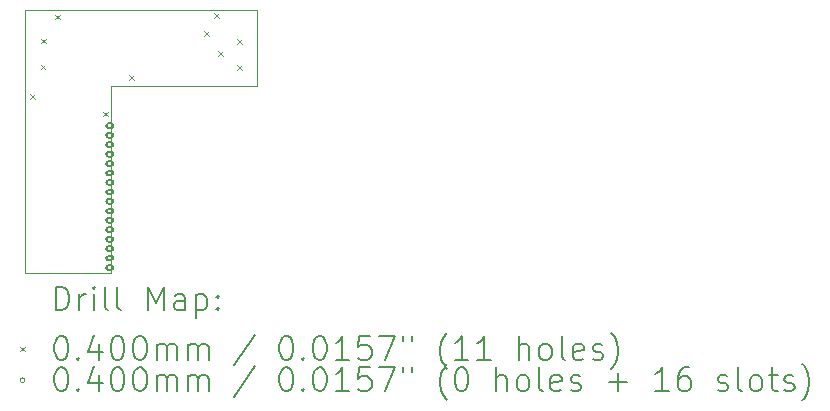
<source format=gbr>
%TF.GenerationSoftware,KiCad,Pcbnew,7.0.8*%
%TF.CreationDate,2024-06-14T11:44:34-04:00*%
%TF.ProjectId,mavnusadapter,6d61766e-7573-4616-9461-707465722e6b,rev?*%
%TF.SameCoordinates,Original*%
%TF.FileFunction,Drillmap*%
%TF.FilePolarity,Positive*%
%FSLAX45Y45*%
G04 Gerber Fmt 4.5, Leading zero omitted, Abs format (unit mm)*
G04 Created by KiCad (PCBNEW 7.0.8) date 2024-06-14 11:44:34*
%MOMM*%
%LPD*%
G01*
G04 APERTURE LIST*
%ADD10C,0.100000*%
%ADD11C,0.200000*%
%ADD12C,0.040000*%
G04 APERTURE END LIST*
D10*
X3548380Y-2324100D02*
X2313940Y-2324100D01*
X1587500Y-3909060D02*
X1587500Y-1681480D01*
X3548380Y-1681480D02*
X3548380Y-2324100D01*
X1587500Y-1681480D02*
X3548380Y-1681480D01*
X2313940Y-3909060D02*
X1587500Y-3909060D01*
X2313940Y-2324100D02*
X2313940Y-3909060D01*
D11*
D12*
X1631000Y-2393000D02*
X1671000Y-2433000D01*
X1671000Y-2393000D02*
X1631000Y-2433000D01*
X1716930Y-2146190D02*
X1756930Y-2186190D01*
X1756930Y-2146190D02*
X1716930Y-2186190D01*
X1722440Y-1925640D02*
X1762440Y-1965640D01*
X1762440Y-1925640D02*
X1722440Y-1965640D01*
X1839280Y-1722440D02*
X1879280Y-1762440D01*
X1879280Y-1722440D02*
X1839280Y-1762440D01*
X2246110Y-2543290D02*
X2286110Y-2583290D01*
X2286110Y-2543290D02*
X2246110Y-2583290D01*
X2464120Y-2238060D02*
X2504120Y-2278060D01*
X2504120Y-2238060D02*
X2464120Y-2278060D01*
X3101660Y-1862140D02*
X3141660Y-1902140D01*
X3141660Y-1862140D02*
X3101660Y-1902140D01*
X3188020Y-1712280D02*
X3228020Y-1752280D01*
X3228020Y-1712280D02*
X3188020Y-1752280D01*
X3218500Y-2034860D02*
X3258500Y-2074860D01*
X3258500Y-2034860D02*
X3218500Y-2074860D01*
X3381060Y-1928180D02*
X3421060Y-1968180D01*
X3421060Y-1928180D02*
X3381060Y-1968180D01*
X3381060Y-2149160D02*
X3421060Y-2189160D01*
X3421060Y-2149160D02*
X3381060Y-2189160D01*
X2321960Y-2664360D02*
G75*
G03*
X2321960Y-2664360I-20000J0D01*
G01*
D11*
X2291960Y-2684360D02*
X2311960Y-2684360D01*
X2311960Y-2684360D02*
G75*
G03*
X2311960Y-2644360I0J20000D01*
G01*
X2311960Y-2644360D02*
X2291960Y-2644360D01*
X2291960Y-2644360D02*
G75*
G03*
X2291960Y-2684360I0J-20000D01*
G01*
D12*
X2321960Y-2744360D02*
G75*
G03*
X2321960Y-2744360I-20000J0D01*
G01*
D11*
X2291960Y-2764360D02*
X2311960Y-2764360D01*
X2311960Y-2764360D02*
G75*
G03*
X2311960Y-2724360I0J20000D01*
G01*
X2311960Y-2724360D02*
X2291960Y-2724360D01*
X2291960Y-2724360D02*
G75*
G03*
X2291960Y-2764360I0J-20000D01*
G01*
D12*
X2321960Y-2824360D02*
G75*
G03*
X2321960Y-2824360I-20000J0D01*
G01*
D11*
X2291960Y-2844360D02*
X2311960Y-2844360D01*
X2311960Y-2844360D02*
G75*
G03*
X2311960Y-2804360I0J20000D01*
G01*
X2311960Y-2804360D02*
X2291960Y-2804360D01*
X2291960Y-2804360D02*
G75*
G03*
X2291960Y-2844360I0J-20000D01*
G01*
D12*
X2321960Y-2904360D02*
G75*
G03*
X2321960Y-2904360I-20000J0D01*
G01*
D11*
X2291960Y-2924360D02*
X2311960Y-2924360D01*
X2311960Y-2924360D02*
G75*
G03*
X2311960Y-2884360I0J20000D01*
G01*
X2311960Y-2884360D02*
X2291960Y-2884360D01*
X2291960Y-2884360D02*
G75*
G03*
X2291960Y-2924360I0J-20000D01*
G01*
D12*
X2321960Y-2984360D02*
G75*
G03*
X2321960Y-2984360I-20000J0D01*
G01*
D11*
X2291960Y-3004360D02*
X2311960Y-3004360D01*
X2311960Y-3004360D02*
G75*
G03*
X2311960Y-2964360I0J20000D01*
G01*
X2311960Y-2964360D02*
X2291960Y-2964360D01*
X2291960Y-2964360D02*
G75*
G03*
X2291960Y-3004360I0J-20000D01*
G01*
D12*
X2321960Y-3064360D02*
G75*
G03*
X2321960Y-3064360I-20000J0D01*
G01*
D11*
X2291960Y-3084360D02*
X2311960Y-3084360D01*
X2311960Y-3084360D02*
G75*
G03*
X2311960Y-3044360I0J20000D01*
G01*
X2311960Y-3044360D02*
X2291960Y-3044360D01*
X2291960Y-3044360D02*
G75*
G03*
X2291960Y-3084360I0J-20000D01*
G01*
D12*
X2321960Y-3144360D02*
G75*
G03*
X2321960Y-3144360I-20000J0D01*
G01*
D11*
X2291960Y-3164360D02*
X2311960Y-3164360D01*
X2311960Y-3164360D02*
G75*
G03*
X2311960Y-3124360I0J20000D01*
G01*
X2311960Y-3124360D02*
X2291960Y-3124360D01*
X2291960Y-3124360D02*
G75*
G03*
X2291960Y-3164360I0J-20000D01*
G01*
D12*
X2321960Y-3224360D02*
G75*
G03*
X2321960Y-3224360I-20000J0D01*
G01*
D11*
X2291960Y-3244360D02*
X2311960Y-3244360D01*
X2311960Y-3244360D02*
G75*
G03*
X2311960Y-3204360I0J20000D01*
G01*
X2311960Y-3204360D02*
X2291960Y-3204360D01*
X2291960Y-3204360D02*
G75*
G03*
X2291960Y-3244360I0J-20000D01*
G01*
D12*
X2321960Y-3304360D02*
G75*
G03*
X2321960Y-3304360I-20000J0D01*
G01*
D11*
X2291960Y-3324360D02*
X2311960Y-3324360D01*
X2311960Y-3324360D02*
G75*
G03*
X2311960Y-3284360I0J20000D01*
G01*
X2311960Y-3284360D02*
X2291960Y-3284360D01*
X2291960Y-3284360D02*
G75*
G03*
X2291960Y-3324360I0J-20000D01*
G01*
D12*
X2321960Y-3384360D02*
G75*
G03*
X2321960Y-3384360I-20000J0D01*
G01*
D11*
X2291960Y-3404360D02*
X2311960Y-3404360D01*
X2311960Y-3404360D02*
G75*
G03*
X2311960Y-3364360I0J20000D01*
G01*
X2311960Y-3364360D02*
X2291960Y-3364360D01*
X2291960Y-3364360D02*
G75*
G03*
X2291960Y-3404360I0J-20000D01*
G01*
D12*
X2321960Y-3464360D02*
G75*
G03*
X2321960Y-3464360I-20000J0D01*
G01*
D11*
X2291960Y-3484360D02*
X2311960Y-3484360D01*
X2311960Y-3484360D02*
G75*
G03*
X2311960Y-3444360I0J20000D01*
G01*
X2311960Y-3444360D02*
X2291960Y-3444360D01*
X2291960Y-3444360D02*
G75*
G03*
X2291960Y-3484360I0J-20000D01*
G01*
D12*
X2321960Y-3544360D02*
G75*
G03*
X2321960Y-3544360I-20000J0D01*
G01*
D11*
X2291960Y-3564360D02*
X2311960Y-3564360D01*
X2311960Y-3564360D02*
G75*
G03*
X2311960Y-3524360I0J20000D01*
G01*
X2311960Y-3524360D02*
X2291960Y-3524360D01*
X2291960Y-3524360D02*
G75*
G03*
X2291960Y-3564360I0J-20000D01*
G01*
D12*
X2321960Y-3624360D02*
G75*
G03*
X2321960Y-3624360I-20000J0D01*
G01*
D11*
X2291960Y-3644360D02*
X2311960Y-3644360D01*
X2311960Y-3644360D02*
G75*
G03*
X2311960Y-3604360I0J20000D01*
G01*
X2311960Y-3604360D02*
X2291960Y-3604360D01*
X2291960Y-3604360D02*
G75*
G03*
X2291960Y-3644360I0J-20000D01*
G01*
D12*
X2321960Y-3704360D02*
G75*
G03*
X2321960Y-3704360I-20000J0D01*
G01*
D11*
X2291960Y-3724360D02*
X2311960Y-3724360D01*
X2311960Y-3724360D02*
G75*
G03*
X2311960Y-3684360I0J20000D01*
G01*
X2311960Y-3684360D02*
X2291960Y-3684360D01*
X2291960Y-3684360D02*
G75*
G03*
X2291960Y-3724360I0J-20000D01*
G01*
D12*
X2321960Y-3784360D02*
G75*
G03*
X2321960Y-3784360I-20000J0D01*
G01*
D11*
X2291960Y-3804360D02*
X2311960Y-3804360D01*
X2311960Y-3804360D02*
G75*
G03*
X2311960Y-3764360I0J20000D01*
G01*
X2311960Y-3764360D02*
X2291960Y-3764360D01*
X2291960Y-3764360D02*
G75*
G03*
X2291960Y-3804360I0J-20000D01*
G01*
D12*
X2321960Y-3864360D02*
G75*
G03*
X2321960Y-3864360I-20000J0D01*
G01*
D11*
X2291960Y-3884360D02*
X2311960Y-3884360D01*
X2311960Y-3884360D02*
G75*
G03*
X2311960Y-3844360I0J20000D01*
G01*
X2311960Y-3844360D02*
X2291960Y-3844360D01*
X2291960Y-3844360D02*
G75*
G03*
X2291960Y-3884360I0J-20000D01*
G01*
X1843277Y-4225544D02*
X1843277Y-4025544D01*
X1843277Y-4025544D02*
X1890896Y-4025544D01*
X1890896Y-4025544D02*
X1919467Y-4035068D01*
X1919467Y-4035068D02*
X1938515Y-4054115D01*
X1938515Y-4054115D02*
X1948039Y-4073163D01*
X1948039Y-4073163D02*
X1957562Y-4111258D01*
X1957562Y-4111258D02*
X1957562Y-4139829D01*
X1957562Y-4139829D02*
X1948039Y-4177925D01*
X1948039Y-4177925D02*
X1938515Y-4196972D01*
X1938515Y-4196972D02*
X1919467Y-4216020D01*
X1919467Y-4216020D02*
X1890896Y-4225544D01*
X1890896Y-4225544D02*
X1843277Y-4225544D01*
X2043277Y-4225544D02*
X2043277Y-4092210D01*
X2043277Y-4130306D02*
X2052801Y-4111258D01*
X2052801Y-4111258D02*
X2062324Y-4101734D01*
X2062324Y-4101734D02*
X2081372Y-4092210D01*
X2081372Y-4092210D02*
X2100420Y-4092210D01*
X2167086Y-4225544D02*
X2167086Y-4092210D01*
X2167086Y-4025544D02*
X2157563Y-4035068D01*
X2157563Y-4035068D02*
X2167086Y-4044591D01*
X2167086Y-4044591D02*
X2176610Y-4035068D01*
X2176610Y-4035068D02*
X2167086Y-4025544D01*
X2167086Y-4025544D02*
X2167086Y-4044591D01*
X2290896Y-4225544D02*
X2271848Y-4216020D01*
X2271848Y-4216020D02*
X2262324Y-4196972D01*
X2262324Y-4196972D02*
X2262324Y-4025544D01*
X2395658Y-4225544D02*
X2376610Y-4216020D01*
X2376610Y-4216020D02*
X2367086Y-4196972D01*
X2367086Y-4196972D02*
X2367086Y-4025544D01*
X2624229Y-4225544D02*
X2624229Y-4025544D01*
X2624229Y-4025544D02*
X2690896Y-4168401D01*
X2690896Y-4168401D02*
X2757563Y-4025544D01*
X2757563Y-4025544D02*
X2757563Y-4225544D01*
X2938515Y-4225544D02*
X2938515Y-4120782D01*
X2938515Y-4120782D02*
X2928991Y-4101734D01*
X2928991Y-4101734D02*
X2909943Y-4092210D01*
X2909943Y-4092210D02*
X2871848Y-4092210D01*
X2871848Y-4092210D02*
X2852801Y-4101734D01*
X2938515Y-4216020D02*
X2919467Y-4225544D01*
X2919467Y-4225544D02*
X2871848Y-4225544D01*
X2871848Y-4225544D02*
X2852801Y-4216020D01*
X2852801Y-4216020D02*
X2843277Y-4196972D01*
X2843277Y-4196972D02*
X2843277Y-4177925D01*
X2843277Y-4177925D02*
X2852801Y-4158877D01*
X2852801Y-4158877D02*
X2871848Y-4149353D01*
X2871848Y-4149353D02*
X2919467Y-4149353D01*
X2919467Y-4149353D02*
X2938515Y-4139829D01*
X3033753Y-4092210D02*
X3033753Y-4292210D01*
X3033753Y-4101734D02*
X3052801Y-4092210D01*
X3052801Y-4092210D02*
X3090896Y-4092210D01*
X3090896Y-4092210D02*
X3109943Y-4101734D01*
X3109943Y-4101734D02*
X3119467Y-4111258D01*
X3119467Y-4111258D02*
X3128991Y-4130306D01*
X3128991Y-4130306D02*
X3128991Y-4187448D01*
X3128991Y-4187448D02*
X3119467Y-4206496D01*
X3119467Y-4206496D02*
X3109943Y-4216020D01*
X3109943Y-4216020D02*
X3090896Y-4225544D01*
X3090896Y-4225544D02*
X3052801Y-4225544D01*
X3052801Y-4225544D02*
X3033753Y-4216020D01*
X3214705Y-4206496D02*
X3224229Y-4216020D01*
X3224229Y-4216020D02*
X3214705Y-4225544D01*
X3214705Y-4225544D02*
X3205182Y-4216020D01*
X3205182Y-4216020D02*
X3214705Y-4206496D01*
X3214705Y-4206496D02*
X3214705Y-4225544D01*
X3214705Y-4101734D02*
X3224229Y-4111258D01*
X3224229Y-4111258D02*
X3214705Y-4120782D01*
X3214705Y-4120782D02*
X3205182Y-4111258D01*
X3205182Y-4111258D02*
X3214705Y-4101734D01*
X3214705Y-4101734D02*
X3214705Y-4120782D01*
D12*
X1542500Y-4534060D02*
X1582500Y-4574060D01*
X1582500Y-4534060D02*
X1542500Y-4574060D01*
D11*
X1881372Y-4445544D02*
X1900420Y-4445544D01*
X1900420Y-4445544D02*
X1919467Y-4455068D01*
X1919467Y-4455068D02*
X1928991Y-4464591D01*
X1928991Y-4464591D02*
X1938515Y-4483639D01*
X1938515Y-4483639D02*
X1948039Y-4521734D01*
X1948039Y-4521734D02*
X1948039Y-4569353D01*
X1948039Y-4569353D02*
X1938515Y-4607449D01*
X1938515Y-4607449D02*
X1928991Y-4626496D01*
X1928991Y-4626496D02*
X1919467Y-4636020D01*
X1919467Y-4636020D02*
X1900420Y-4645544D01*
X1900420Y-4645544D02*
X1881372Y-4645544D01*
X1881372Y-4645544D02*
X1862324Y-4636020D01*
X1862324Y-4636020D02*
X1852801Y-4626496D01*
X1852801Y-4626496D02*
X1843277Y-4607449D01*
X1843277Y-4607449D02*
X1833753Y-4569353D01*
X1833753Y-4569353D02*
X1833753Y-4521734D01*
X1833753Y-4521734D02*
X1843277Y-4483639D01*
X1843277Y-4483639D02*
X1852801Y-4464591D01*
X1852801Y-4464591D02*
X1862324Y-4455068D01*
X1862324Y-4455068D02*
X1881372Y-4445544D01*
X2033753Y-4626496D02*
X2043277Y-4636020D01*
X2043277Y-4636020D02*
X2033753Y-4645544D01*
X2033753Y-4645544D02*
X2024229Y-4636020D01*
X2024229Y-4636020D02*
X2033753Y-4626496D01*
X2033753Y-4626496D02*
X2033753Y-4645544D01*
X2214705Y-4512210D02*
X2214705Y-4645544D01*
X2167086Y-4436020D02*
X2119467Y-4578877D01*
X2119467Y-4578877D02*
X2243277Y-4578877D01*
X2357563Y-4445544D02*
X2376610Y-4445544D01*
X2376610Y-4445544D02*
X2395658Y-4455068D01*
X2395658Y-4455068D02*
X2405182Y-4464591D01*
X2405182Y-4464591D02*
X2414705Y-4483639D01*
X2414705Y-4483639D02*
X2424229Y-4521734D01*
X2424229Y-4521734D02*
X2424229Y-4569353D01*
X2424229Y-4569353D02*
X2414705Y-4607449D01*
X2414705Y-4607449D02*
X2405182Y-4626496D01*
X2405182Y-4626496D02*
X2395658Y-4636020D01*
X2395658Y-4636020D02*
X2376610Y-4645544D01*
X2376610Y-4645544D02*
X2357563Y-4645544D01*
X2357563Y-4645544D02*
X2338515Y-4636020D01*
X2338515Y-4636020D02*
X2328991Y-4626496D01*
X2328991Y-4626496D02*
X2319467Y-4607449D01*
X2319467Y-4607449D02*
X2309944Y-4569353D01*
X2309944Y-4569353D02*
X2309944Y-4521734D01*
X2309944Y-4521734D02*
X2319467Y-4483639D01*
X2319467Y-4483639D02*
X2328991Y-4464591D01*
X2328991Y-4464591D02*
X2338515Y-4455068D01*
X2338515Y-4455068D02*
X2357563Y-4445544D01*
X2548039Y-4445544D02*
X2567086Y-4445544D01*
X2567086Y-4445544D02*
X2586134Y-4455068D01*
X2586134Y-4455068D02*
X2595658Y-4464591D01*
X2595658Y-4464591D02*
X2605182Y-4483639D01*
X2605182Y-4483639D02*
X2614705Y-4521734D01*
X2614705Y-4521734D02*
X2614705Y-4569353D01*
X2614705Y-4569353D02*
X2605182Y-4607449D01*
X2605182Y-4607449D02*
X2595658Y-4626496D01*
X2595658Y-4626496D02*
X2586134Y-4636020D01*
X2586134Y-4636020D02*
X2567086Y-4645544D01*
X2567086Y-4645544D02*
X2548039Y-4645544D01*
X2548039Y-4645544D02*
X2528991Y-4636020D01*
X2528991Y-4636020D02*
X2519467Y-4626496D01*
X2519467Y-4626496D02*
X2509944Y-4607449D01*
X2509944Y-4607449D02*
X2500420Y-4569353D01*
X2500420Y-4569353D02*
X2500420Y-4521734D01*
X2500420Y-4521734D02*
X2509944Y-4483639D01*
X2509944Y-4483639D02*
X2519467Y-4464591D01*
X2519467Y-4464591D02*
X2528991Y-4455068D01*
X2528991Y-4455068D02*
X2548039Y-4445544D01*
X2700420Y-4645544D02*
X2700420Y-4512210D01*
X2700420Y-4531258D02*
X2709944Y-4521734D01*
X2709944Y-4521734D02*
X2728991Y-4512210D01*
X2728991Y-4512210D02*
X2757563Y-4512210D01*
X2757563Y-4512210D02*
X2776610Y-4521734D01*
X2776610Y-4521734D02*
X2786134Y-4540782D01*
X2786134Y-4540782D02*
X2786134Y-4645544D01*
X2786134Y-4540782D02*
X2795658Y-4521734D01*
X2795658Y-4521734D02*
X2814705Y-4512210D01*
X2814705Y-4512210D02*
X2843277Y-4512210D01*
X2843277Y-4512210D02*
X2862324Y-4521734D01*
X2862324Y-4521734D02*
X2871848Y-4540782D01*
X2871848Y-4540782D02*
X2871848Y-4645544D01*
X2967086Y-4645544D02*
X2967086Y-4512210D01*
X2967086Y-4531258D02*
X2976610Y-4521734D01*
X2976610Y-4521734D02*
X2995658Y-4512210D01*
X2995658Y-4512210D02*
X3024229Y-4512210D01*
X3024229Y-4512210D02*
X3043277Y-4521734D01*
X3043277Y-4521734D02*
X3052801Y-4540782D01*
X3052801Y-4540782D02*
X3052801Y-4645544D01*
X3052801Y-4540782D02*
X3062324Y-4521734D01*
X3062324Y-4521734D02*
X3081372Y-4512210D01*
X3081372Y-4512210D02*
X3109943Y-4512210D01*
X3109943Y-4512210D02*
X3128991Y-4521734D01*
X3128991Y-4521734D02*
X3138515Y-4540782D01*
X3138515Y-4540782D02*
X3138515Y-4645544D01*
X3528991Y-4436020D02*
X3357563Y-4693163D01*
X3786134Y-4445544D02*
X3805182Y-4445544D01*
X3805182Y-4445544D02*
X3824229Y-4455068D01*
X3824229Y-4455068D02*
X3833753Y-4464591D01*
X3833753Y-4464591D02*
X3843277Y-4483639D01*
X3843277Y-4483639D02*
X3852801Y-4521734D01*
X3852801Y-4521734D02*
X3852801Y-4569353D01*
X3852801Y-4569353D02*
X3843277Y-4607449D01*
X3843277Y-4607449D02*
X3833753Y-4626496D01*
X3833753Y-4626496D02*
X3824229Y-4636020D01*
X3824229Y-4636020D02*
X3805182Y-4645544D01*
X3805182Y-4645544D02*
X3786134Y-4645544D01*
X3786134Y-4645544D02*
X3767086Y-4636020D01*
X3767086Y-4636020D02*
X3757563Y-4626496D01*
X3757563Y-4626496D02*
X3748039Y-4607449D01*
X3748039Y-4607449D02*
X3738515Y-4569353D01*
X3738515Y-4569353D02*
X3738515Y-4521734D01*
X3738515Y-4521734D02*
X3748039Y-4483639D01*
X3748039Y-4483639D02*
X3757563Y-4464591D01*
X3757563Y-4464591D02*
X3767086Y-4455068D01*
X3767086Y-4455068D02*
X3786134Y-4445544D01*
X3938515Y-4626496D02*
X3948039Y-4636020D01*
X3948039Y-4636020D02*
X3938515Y-4645544D01*
X3938515Y-4645544D02*
X3928991Y-4636020D01*
X3928991Y-4636020D02*
X3938515Y-4626496D01*
X3938515Y-4626496D02*
X3938515Y-4645544D01*
X4071848Y-4445544D02*
X4090896Y-4445544D01*
X4090896Y-4445544D02*
X4109944Y-4455068D01*
X4109944Y-4455068D02*
X4119467Y-4464591D01*
X4119467Y-4464591D02*
X4128991Y-4483639D01*
X4128991Y-4483639D02*
X4138515Y-4521734D01*
X4138515Y-4521734D02*
X4138515Y-4569353D01*
X4138515Y-4569353D02*
X4128991Y-4607449D01*
X4128991Y-4607449D02*
X4119467Y-4626496D01*
X4119467Y-4626496D02*
X4109944Y-4636020D01*
X4109944Y-4636020D02*
X4090896Y-4645544D01*
X4090896Y-4645544D02*
X4071848Y-4645544D01*
X4071848Y-4645544D02*
X4052801Y-4636020D01*
X4052801Y-4636020D02*
X4043277Y-4626496D01*
X4043277Y-4626496D02*
X4033753Y-4607449D01*
X4033753Y-4607449D02*
X4024229Y-4569353D01*
X4024229Y-4569353D02*
X4024229Y-4521734D01*
X4024229Y-4521734D02*
X4033753Y-4483639D01*
X4033753Y-4483639D02*
X4043277Y-4464591D01*
X4043277Y-4464591D02*
X4052801Y-4455068D01*
X4052801Y-4455068D02*
X4071848Y-4445544D01*
X4328991Y-4645544D02*
X4214706Y-4645544D01*
X4271848Y-4645544D02*
X4271848Y-4445544D01*
X4271848Y-4445544D02*
X4252801Y-4474115D01*
X4252801Y-4474115D02*
X4233753Y-4493163D01*
X4233753Y-4493163D02*
X4214706Y-4502687D01*
X4509944Y-4445544D02*
X4414706Y-4445544D01*
X4414706Y-4445544D02*
X4405182Y-4540782D01*
X4405182Y-4540782D02*
X4414706Y-4531258D01*
X4414706Y-4531258D02*
X4433753Y-4521734D01*
X4433753Y-4521734D02*
X4481372Y-4521734D01*
X4481372Y-4521734D02*
X4500420Y-4531258D01*
X4500420Y-4531258D02*
X4509944Y-4540782D01*
X4509944Y-4540782D02*
X4519468Y-4559830D01*
X4519468Y-4559830D02*
X4519468Y-4607449D01*
X4519468Y-4607449D02*
X4509944Y-4626496D01*
X4509944Y-4626496D02*
X4500420Y-4636020D01*
X4500420Y-4636020D02*
X4481372Y-4645544D01*
X4481372Y-4645544D02*
X4433753Y-4645544D01*
X4433753Y-4645544D02*
X4414706Y-4636020D01*
X4414706Y-4636020D02*
X4405182Y-4626496D01*
X4586134Y-4445544D02*
X4719468Y-4445544D01*
X4719468Y-4445544D02*
X4633753Y-4645544D01*
X4786134Y-4445544D02*
X4786134Y-4483639D01*
X4862325Y-4445544D02*
X4862325Y-4483639D01*
X5157563Y-4721734D02*
X5148039Y-4712210D01*
X5148039Y-4712210D02*
X5128991Y-4683639D01*
X5128991Y-4683639D02*
X5119468Y-4664591D01*
X5119468Y-4664591D02*
X5109944Y-4636020D01*
X5109944Y-4636020D02*
X5100420Y-4588401D01*
X5100420Y-4588401D02*
X5100420Y-4550306D01*
X5100420Y-4550306D02*
X5109944Y-4502687D01*
X5109944Y-4502687D02*
X5119468Y-4474115D01*
X5119468Y-4474115D02*
X5128991Y-4455068D01*
X5128991Y-4455068D02*
X5148039Y-4426496D01*
X5148039Y-4426496D02*
X5157563Y-4416972D01*
X5338515Y-4645544D02*
X5224230Y-4645544D01*
X5281372Y-4645544D02*
X5281372Y-4445544D01*
X5281372Y-4445544D02*
X5262325Y-4474115D01*
X5262325Y-4474115D02*
X5243277Y-4493163D01*
X5243277Y-4493163D02*
X5224230Y-4502687D01*
X5528991Y-4645544D02*
X5414706Y-4645544D01*
X5471849Y-4645544D02*
X5471849Y-4445544D01*
X5471849Y-4445544D02*
X5452801Y-4474115D01*
X5452801Y-4474115D02*
X5433753Y-4493163D01*
X5433753Y-4493163D02*
X5414706Y-4502687D01*
X5767087Y-4645544D02*
X5767087Y-4445544D01*
X5852801Y-4645544D02*
X5852801Y-4540782D01*
X5852801Y-4540782D02*
X5843277Y-4521734D01*
X5843277Y-4521734D02*
X5824230Y-4512210D01*
X5824230Y-4512210D02*
X5795658Y-4512210D01*
X5795658Y-4512210D02*
X5776610Y-4521734D01*
X5776610Y-4521734D02*
X5767087Y-4531258D01*
X5976610Y-4645544D02*
X5957563Y-4636020D01*
X5957563Y-4636020D02*
X5948039Y-4626496D01*
X5948039Y-4626496D02*
X5938515Y-4607449D01*
X5938515Y-4607449D02*
X5938515Y-4550306D01*
X5938515Y-4550306D02*
X5948039Y-4531258D01*
X5948039Y-4531258D02*
X5957563Y-4521734D01*
X5957563Y-4521734D02*
X5976610Y-4512210D01*
X5976610Y-4512210D02*
X6005182Y-4512210D01*
X6005182Y-4512210D02*
X6024230Y-4521734D01*
X6024230Y-4521734D02*
X6033753Y-4531258D01*
X6033753Y-4531258D02*
X6043277Y-4550306D01*
X6043277Y-4550306D02*
X6043277Y-4607449D01*
X6043277Y-4607449D02*
X6033753Y-4626496D01*
X6033753Y-4626496D02*
X6024230Y-4636020D01*
X6024230Y-4636020D02*
X6005182Y-4645544D01*
X6005182Y-4645544D02*
X5976610Y-4645544D01*
X6157563Y-4645544D02*
X6138515Y-4636020D01*
X6138515Y-4636020D02*
X6128991Y-4616972D01*
X6128991Y-4616972D02*
X6128991Y-4445544D01*
X6309944Y-4636020D02*
X6290896Y-4645544D01*
X6290896Y-4645544D02*
X6252801Y-4645544D01*
X6252801Y-4645544D02*
X6233753Y-4636020D01*
X6233753Y-4636020D02*
X6224230Y-4616972D01*
X6224230Y-4616972D02*
X6224230Y-4540782D01*
X6224230Y-4540782D02*
X6233753Y-4521734D01*
X6233753Y-4521734D02*
X6252801Y-4512210D01*
X6252801Y-4512210D02*
X6290896Y-4512210D01*
X6290896Y-4512210D02*
X6309944Y-4521734D01*
X6309944Y-4521734D02*
X6319468Y-4540782D01*
X6319468Y-4540782D02*
X6319468Y-4559830D01*
X6319468Y-4559830D02*
X6224230Y-4578877D01*
X6395658Y-4636020D02*
X6414706Y-4645544D01*
X6414706Y-4645544D02*
X6452801Y-4645544D01*
X6452801Y-4645544D02*
X6471849Y-4636020D01*
X6471849Y-4636020D02*
X6481372Y-4616972D01*
X6481372Y-4616972D02*
X6481372Y-4607449D01*
X6481372Y-4607449D02*
X6471849Y-4588401D01*
X6471849Y-4588401D02*
X6452801Y-4578877D01*
X6452801Y-4578877D02*
X6424230Y-4578877D01*
X6424230Y-4578877D02*
X6405182Y-4569353D01*
X6405182Y-4569353D02*
X6395658Y-4550306D01*
X6395658Y-4550306D02*
X6395658Y-4540782D01*
X6395658Y-4540782D02*
X6405182Y-4521734D01*
X6405182Y-4521734D02*
X6424230Y-4512210D01*
X6424230Y-4512210D02*
X6452801Y-4512210D01*
X6452801Y-4512210D02*
X6471849Y-4521734D01*
X6548039Y-4721734D02*
X6557563Y-4712210D01*
X6557563Y-4712210D02*
X6576611Y-4683639D01*
X6576611Y-4683639D02*
X6586134Y-4664591D01*
X6586134Y-4664591D02*
X6595658Y-4636020D01*
X6595658Y-4636020D02*
X6605182Y-4588401D01*
X6605182Y-4588401D02*
X6605182Y-4550306D01*
X6605182Y-4550306D02*
X6595658Y-4502687D01*
X6595658Y-4502687D02*
X6586134Y-4474115D01*
X6586134Y-4474115D02*
X6576611Y-4455068D01*
X6576611Y-4455068D02*
X6557563Y-4426496D01*
X6557563Y-4426496D02*
X6548039Y-4416972D01*
D12*
X1582500Y-4818060D02*
G75*
G03*
X1582500Y-4818060I-20000J0D01*
G01*
D11*
X1881372Y-4709544D02*
X1900420Y-4709544D01*
X1900420Y-4709544D02*
X1919467Y-4719068D01*
X1919467Y-4719068D02*
X1928991Y-4728591D01*
X1928991Y-4728591D02*
X1938515Y-4747639D01*
X1938515Y-4747639D02*
X1948039Y-4785734D01*
X1948039Y-4785734D02*
X1948039Y-4833353D01*
X1948039Y-4833353D02*
X1938515Y-4871449D01*
X1938515Y-4871449D02*
X1928991Y-4890496D01*
X1928991Y-4890496D02*
X1919467Y-4900020D01*
X1919467Y-4900020D02*
X1900420Y-4909544D01*
X1900420Y-4909544D02*
X1881372Y-4909544D01*
X1881372Y-4909544D02*
X1862324Y-4900020D01*
X1862324Y-4900020D02*
X1852801Y-4890496D01*
X1852801Y-4890496D02*
X1843277Y-4871449D01*
X1843277Y-4871449D02*
X1833753Y-4833353D01*
X1833753Y-4833353D02*
X1833753Y-4785734D01*
X1833753Y-4785734D02*
X1843277Y-4747639D01*
X1843277Y-4747639D02*
X1852801Y-4728591D01*
X1852801Y-4728591D02*
X1862324Y-4719068D01*
X1862324Y-4719068D02*
X1881372Y-4709544D01*
X2033753Y-4890496D02*
X2043277Y-4900020D01*
X2043277Y-4900020D02*
X2033753Y-4909544D01*
X2033753Y-4909544D02*
X2024229Y-4900020D01*
X2024229Y-4900020D02*
X2033753Y-4890496D01*
X2033753Y-4890496D02*
X2033753Y-4909544D01*
X2214705Y-4776210D02*
X2214705Y-4909544D01*
X2167086Y-4700020D02*
X2119467Y-4842877D01*
X2119467Y-4842877D02*
X2243277Y-4842877D01*
X2357563Y-4709544D02*
X2376610Y-4709544D01*
X2376610Y-4709544D02*
X2395658Y-4719068D01*
X2395658Y-4719068D02*
X2405182Y-4728591D01*
X2405182Y-4728591D02*
X2414705Y-4747639D01*
X2414705Y-4747639D02*
X2424229Y-4785734D01*
X2424229Y-4785734D02*
X2424229Y-4833353D01*
X2424229Y-4833353D02*
X2414705Y-4871449D01*
X2414705Y-4871449D02*
X2405182Y-4890496D01*
X2405182Y-4890496D02*
X2395658Y-4900020D01*
X2395658Y-4900020D02*
X2376610Y-4909544D01*
X2376610Y-4909544D02*
X2357563Y-4909544D01*
X2357563Y-4909544D02*
X2338515Y-4900020D01*
X2338515Y-4900020D02*
X2328991Y-4890496D01*
X2328991Y-4890496D02*
X2319467Y-4871449D01*
X2319467Y-4871449D02*
X2309944Y-4833353D01*
X2309944Y-4833353D02*
X2309944Y-4785734D01*
X2309944Y-4785734D02*
X2319467Y-4747639D01*
X2319467Y-4747639D02*
X2328991Y-4728591D01*
X2328991Y-4728591D02*
X2338515Y-4719068D01*
X2338515Y-4719068D02*
X2357563Y-4709544D01*
X2548039Y-4709544D02*
X2567086Y-4709544D01*
X2567086Y-4709544D02*
X2586134Y-4719068D01*
X2586134Y-4719068D02*
X2595658Y-4728591D01*
X2595658Y-4728591D02*
X2605182Y-4747639D01*
X2605182Y-4747639D02*
X2614705Y-4785734D01*
X2614705Y-4785734D02*
X2614705Y-4833353D01*
X2614705Y-4833353D02*
X2605182Y-4871449D01*
X2605182Y-4871449D02*
X2595658Y-4890496D01*
X2595658Y-4890496D02*
X2586134Y-4900020D01*
X2586134Y-4900020D02*
X2567086Y-4909544D01*
X2567086Y-4909544D02*
X2548039Y-4909544D01*
X2548039Y-4909544D02*
X2528991Y-4900020D01*
X2528991Y-4900020D02*
X2519467Y-4890496D01*
X2519467Y-4890496D02*
X2509944Y-4871449D01*
X2509944Y-4871449D02*
X2500420Y-4833353D01*
X2500420Y-4833353D02*
X2500420Y-4785734D01*
X2500420Y-4785734D02*
X2509944Y-4747639D01*
X2509944Y-4747639D02*
X2519467Y-4728591D01*
X2519467Y-4728591D02*
X2528991Y-4719068D01*
X2528991Y-4719068D02*
X2548039Y-4709544D01*
X2700420Y-4909544D02*
X2700420Y-4776210D01*
X2700420Y-4795258D02*
X2709944Y-4785734D01*
X2709944Y-4785734D02*
X2728991Y-4776210D01*
X2728991Y-4776210D02*
X2757563Y-4776210D01*
X2757563Y-4776210D02*
X2776610Y-4785734D01*
X2776610Y-4785734D02*
X2786134Y-4804782D01*
X2786134Y-4804782D02*
X2786134Y-4909544D01*
X2786134Y-4804782D02*
X2795658Y-4785734D01*
X2795658Y-4785734D02*
X2814705Y-4776210D01*
X2814705Y-4776210D02*
X2843277Y-4776210D01*
X2843277Y-4776210D02*
X2862324Y-4785734D01*
X2862324Y-4785734D02*
X2871848Y-4804782D01*
X2871848Y-4804782D02*
X2871848Y-4909544D01*
X2967086Y-4909544D02*
X2967086Y-4776210D01*
X2967086Y-4795258D02*
X2976610Y-4785734D01*
X2976610Y-4785734D02*
X2995658Y-4776210D01*
X2995658Y-4776210D02*
X3024229Y-4776210D01*
X3024229Y-4776210D02*
X3043277Y-4785734D01*
X3043277Y-4785734D02*
X3052801Y-4804782D01*
X3052801Y-4804782D02*
X3052801Y-4909544D01*
X3052801Y-4804782D02*
X3062324Y-4785734D01*
X3062324Y-4785734D02*
X3081372Y-4776210D01*
X3081372Y-4776210D02*
X3109943Y-4776210D01*
X3109943Y-4776210D02*
X3128991Y-4785734D01*
X3128991Y-4785734D02*
X3138515Y-4804782D01*
X3138515Y-4804782D02*
X3138515Y-4909544D01*
X3528991Y-4700020D02*
X3357563Y-4957163D01*
X3786134Y-4709544D02*
X3805182Y-4709544D01*
X3805182Y-4709544D02*
X3824229Y-4719068D01*
X3824229Y-4719068D02*
X3833753Y-4728591D01*
X3833753Y-4728591D02*
X3843277Y-4747639D01*
X3843277Y-4747639D02*
X3852801Y-4785734D01*
X3852801Y-4785734D02*
X3852801Y-4833353D01*
X3852801Y-4833353D02*
X3843277Y-4871449D01*
X3843277Y-4871449D02*
X3833753Y-4890496D01*
X3833753Y-4890496D02*
X3824229Y-4900020D01*
X3824229Y-4900020D02*
X3805182Y-4909544D01*
X3805182Y-4909544D02*
X3786134Y-4909544D01*
X3786134Y-4909544D02*
X3767086Y-4900020D01*
X3767086Y-4900020D02*
X3757563Y-4890496D01*
X3757563Y-4890496D02*
X3748039Y-4871449D01*
X3748039Y-4871449D02*
X3738515Y-4833353D01*
X3738515Y-4833353D02*
X3738515Y-4785734D01*
X3738515Y-4785734D02*
X3748039Y-4747639D01*
X3748039Y-4747639D02*
X3757563Y-4728591D01*
X3757563Y-4728591D02*
X3767086Y-4719068D01*
X3767086Y-4719068D02*
X3786134Y-4709544D01*
X3938515Y-4890496D02*
X3948039Y-4900020D01*
X3948039Y-4900020D02*
X3938515Y-4909544D01*
X3938515Y-4909544D02*
X3928991Y-4900020D01*
X3928991Y-4900020D02*
X3938515Y-4890496D01*
X3938515Y-4890496D02*
X3938515Y-4909544D01*
X4071848Y-4709544D02*
X4090896Y-4709544D01*
X4090896Y-4709544D02*
X4109944Y-4719068D01*
X4109944Y-4719068D02*
X4119467Y-4728591D01*
X4119467Y-4728591D02*
X4128991Y-4747639D01*
X4128991Y-4747639D02*
X4138515Y-4785734D01*
X4138515Y-4785734D02*
X4138515Y-4833353D01*
X4138515Y-4833353D02*
X4128991Y-4871449D01*
X4128991Y-4871449D02*
X4119467Y-4890496D01*
X4119467Y-4890496D02*
X4109944Y-4900020D01*
X4109944Y-4900020D02*
X4090896Y-4909544D01*
X4090896Y-4909544D02*
X4071848Y-4909544D01*
X4071848Y-4909544D02*
X4052801Y-4900020D01*
X4052801Y-4900020D02*
X4043277Y-4890496D01*
X4043277Y-4890496D02*
X4033753Y-4871449D01*
X4033753Y-4871449D02*
X4024229Y-4833353D01*
X4024229Y-4833353D02*
X4024229Y-4785734D01*
X4024229Y-4785734D02*
X4033753Y-4747639D01*
X4033753Y-4747639D02*
X4043277Y-4728591D01*
X4043277Y-4728591D02*
X4052801Y-4719068D01*
X4052801Y-4719068D02*
X4071848Y-4709544D01*
X4328991Y-4909544D02*
X4214706Y-4909544D01*
X4271848Y-4909544D02*
X4271848Y-4709544D01*
X4271848Y-4709544D02*
X4252801Y-4738115D01*
X4252801Y-4738115D02*
X4233753Y-4757163D01*
X4233753Y-4757163D02*
X4214706Y-4766687D01*
X4509944Y-4709544D02*
X4414706Y-4709544D01*
X4414706Y-4709544D02*
X4405182Y-4804782D01*
X4405182Y-4804782D02*
X4414706Y-4795258D01*
X4414706Y-4795258D02*
X4433753Y-4785734D01*
X4433753Y-4785734D02*
X4481372Y-4785734D01*
X4481372Y-4785734D02*
X4500420Y-4795258D01*
X4500420Y-4795258D02*
X4509944Y-4804782D01*
X4509944Y-4804782D02*
X4519468Y-4823830D01*
X4519468Y-4823830D02*
X4519468Y-4871449D01*
X4519468Y-4871449D02*
X4509944Y-4890496D01*
X4509944Y-4890496D02*
X4500420Y-4900020D01*
X4500420Y-4900020D02*
X4481372Y-4909544D01*
X4481372Y-4909544D02*
X4433753Y-4909544D01*
X4433753Y-4909544D02*
X4414706Y-4900020D01*
X4414706Y-4900020D02*
X4405182Y-4890496D01*
X4586134Y-4709544D02*
X4719468Y-4709544D01*
X4719468Y-4709544D02*
X4633753Y-4909544D01*
X4786134Y-4709544D02*
X4786134Y-4747639D01*
X4862325Y-4709544D02*
X4862325Y-4747639D01*
X5157563Y-4985734D02*
X5148039Y-4976210D01*
X5148039Y-4976210D02*
X5128991Y-4947639D01*
X5128991Y-4947639D02*
X5119468Y-4928591D01*
X5119468Y-4928591D02*
X5109944Y-4900020D01*
X5109944Y-4900020D02*
X5100420Y-4852401D01*
X5100420Y-4852401D02*
X5100420Y-4814306D01*
X5100420Y-4814306D02*
X5109944Y-4766687D01*
X5109944Y-4766687D02*
X5119468Y-4738115D01*
X5119468Y-4738115D02*
X5128991Y-4719068D01*
X5128991Y-4719068D02*
X5148039Y-4690496D01*
X5148039Y-4690496D02*
X5157563Y-4680972D01*
X5271849Y-4709544D02*
X5290896Y-4709544D01*
X5290896Y-4709544D02*
X5309944Y-4719068D01*
X5309944Y-4719068D02*
X5319468Y-4728591D01*
X5319468Y-4728591D02*
X5328991Y-4747639D01*
X5328991Y-4747639D02*
X5338515Y-4785734D01*
X5338515Y-4785734D02*
X5338515Y-4833353D01*
X5338515Y-4833353D02*
X5328991Y-4871449D01*
X5328991Y-4871449D02*
X5319468Y-4890496D01*
X5319468Y-4890496D02*
X5309944Y-4900020D01*
X5309944Y-4900020D02*
X5290896Y-4909544D01*
X5290896Y-4909544D02*
X5271849Y-4909544D01*
X5271849Y-4909544D02*
X5252801Y-4900020D01*
X5252801Y-4900020D02*
X5243277Y-4890496D01*
X5243277Y-4890496D02*
X5233753Y-4871449D01*
X5233753Y-4871449D02*
X5224230Y-4833353D01*
X5224230Y-4833353D02*
X5224230Y-4785734D01*
X5224230Y-4785734D02*
X5233753Y-4747639D01*
X5233753Y-4747639D02*
X5243277Y-4728591D01*
X5243277Y-4728591D02*
X5252801Y-4719068D01*
X5252801Y-4719068D02*
X5271849Y-4709544D01*
X5576611Y-4909544D02*
X5576611Y-4709544D01*
X5662325Y-4909544D02*
X5662325Y-4804782D01*
X5662325Y-4804782D02*
X5652801Y-4785734D01*
X5652801Y-4785734D02*
X5633753Y-4776210D01*
X5633753Y-4776210D02*
X5605182Y-4776210D01*
X5605182Y-4776210D02*
X5586134Y-4785734D01*
X5586134Y-4785734D02*
X5576611Y-4795258D01*
X5786134Y-4909544D02*
X5767087Y-4900020D01*
X5767087Y-4900020D02*
X5757563Y-4890496D01*
X5757563Y-4890496D02*
X5748039Y-4871449D01*
X5748039Y-4871449D02*
X5748039Y-4814306D01*
X5748039Y-4814306D02*
X5757563Y-4795258D01*
X5757563Y-4795258D02*
X5767087Y-4785734D01*
X5767087Y-4785734D02*
X5786134Y-4776210D01*
X5786134Y-4776210D02*
X5814706Y-4776210D01*
X5814706Y-4776210D02*
X5833753Y-4785734D01*
X5833753Y-4785734D02*
X5843277Y-4795258D01*
X5843277Y-4795258D02*
X5852801Y-4814306D01*
X5852801Y-4814306D02*
X5852801Y-4871449D01*
X5852801Y-4871449D02*
X5843277Y-4890496D01*
X5843277Y-4890496D02*
X5833753Y-4900020D01*
X5833753Y-4900020D02*
X5814706Y-4909544D01*
X5814706Y-4909544D02*
X5786134Y-4909544D01*
X5967087Y-4909544D02*
X5948039Y-4900020D01*
X5948039Y-4900020D02*
X5938515Y-4880972D01*
X5938515Y-4880972D02*
X5938515Y-4709544D01*
X6119468Y-4900020D02*
X6100420Y-4909544D01*
X6100420Y-4909544D02*
X6062325Y-4909544D01*
X6062325Y-4909544D02*
X6043277Y-4900020D01*
X6043277Y-4900020D02*
X6033753Y-4880972D01*
X6033753Y-4880972D02*
X6033753Y-4804782D01*
X6033753Y-4804782D02*
X6043277Y-4785734D01*
X6043277Y-4785734D02*
X6062325Y-4776210D01*
X6062325Y-4776210D02*
X6100420Y-4776210D01*
X6100420Y-4776210D02*
X6119468Y-4785734D01*
X6119468Y-4785734D02*
X6128991Y-4804782D01*
X6128991Y-4804782D02*
X6128991Y-4823830D01*
X6128991Y-4823830D02*
X6033753Y-4842877D01*
X6205182Y-4900020D02*
X6224230Y-4909544D01*
X6224230Y-4909544D02*
X6262325Y-4909544D01*
X6262325Y-4909544D02*
X6281372Y-4900020D01*
X6281372Y-4900020D02*
X6290896Y-4880972D01*
X6290896Y-4880972D02*
X6290896Y-4871449D01*
X6290896Y-4871449D02*
X6281372Y-4852401D01*
X6281372Y-4852401D02*
X6262325Y-4842877D01*
X6262325Y-4842877D02*
X6233753Y-4842877D01*
X6233753Y-4842877D02*
X6214706Y-4833353D01*
X6214706Y-4833353D02*
X6205182Y-4814306D01*
X6205182Y-4814306D02*
X6205182Y-4804782D01*
X6205182Y-4804782D02*
X6214706Y-4785734D01*
X6214706Y-4785734D02*
X6233753Y-4776210D01*
X6233753Y-4776210D02*
X6262325Y-4776210D01*
X6262325Y-4776210D02*
X6281372Y-4785734D01*
X6528992Y-4833353D02*
X6681373Y-4833353D01*
X6605182Y-4909544D02*
X6605182Y-4757163D01*
X7033753Y-4909544D02*
X6919468Y-4909544D01*
X6976611Y-4909544D02*
X6976611Y-4709544D01*
X6976611Y-4709544D02*
X6957563Y-4738115D01*
X6957563Y-4738115D02*
X6938515Y-4757163D01*
X6938515Y-4757163D02*
X6919468Y-4766687D01*
X7205182Y-4709544D02*
X7167087Y-4709544D01*
X7167087Y-4709544D02*
X7148039Y-4719068D01*
X7148039Y-4719068D02*
X7138515Y-4728591D01*
X7138515Y-4728591D02*
X7119468Y-4757163D01*
X7119468Y-4757163D02*
X7109944Y-4795258D01*
X7109944Y-4795258D02*
X7109944Y-4871449D01*
X7109944Y-4871449D02*
X7119468Y-4890496D01*
X7119468Y-4890496D02*
X7128992Y-4900020D01*
X7128992Y-4900020D02*
X7148039Y-4909544D01*
X7148039Y-4909544D02*
X7186134Y-4909544D01*
X7186134Y-4909544D02*
X7205182Y-4900020D01*
X7205182Y-4900020D02*
X7214706Y-4890496D01*
X7214706Y-4890496D02*
X7224230Y-4871449D01*
X7224230Y-4871449D02*
X7224230Y-4823830D01*
X7224230Y-4823830D02*
X7214706Y-4804782D01*
X7214706Y-4804782D02*
X7205182Y-4795258D01*
X7205182Y-4795258D02*
X7186134Y-4785734D01*
X7186134Y-4785734D02*
X7148039Y-4785734D01*
X7148039Y-4785734D02*
X7128992Y-4795258D01*
X7128992Y-4795258D02*
X7119468Y-4804782D01*
X7119468Y-4804782D02*
X7109944Y-4823830D01*
X7452801Y-4900020D02*
X7471849Y-4909544D01*
X7471849Y-4909544D02*
X7509944Y-4909544D01*
X7509944Y-4909544D02*
X7528992Y-4900020D01*
X7528992Y-4900020D02*
X7538515Y-4880972D01*
X7538515Y-4880972D02*
X7538515Y-4871449D01*
X7538515Y-4871449D02*
X7528992Y-4852401D01*
X7528992Y-4852401D02*
X7509944Y-4842877D01*
X7509944Y-4842877D02*
X7481373Y-4842877D01*
X7481373Y-4842877D02*
X7462325Y-4833353D01*
X7462325Y-4833353D02*
X7452801Y-4814306D01*
X7452801Y-4814306D02*
X7452801Y-4804782D01*
X7452801Y-4804782D02*
X7462325Y-4785734D01*
X7462325Y-4785734D02*
X7481373Y-4776210D01*
X7481373Y-4776210D02*
X7509944Y-4776210D01*
X7509944Y-4776210D02*
X7528992Y-4785734D01*
X7652801Y-4909544D02*
X7633754Y-4900020D01*
X7633754Y-4900020D02*
X7624230Y-4880972D01*
X7624230Y-4880972D02*
X7624230Y-4709544D01*
X7757563Y-4909544D02*
X7738515Y-4900020D01*
X7738515Y-4900020D02*
X7728992Y-4890496D01*
X7728992Y-4890496D02*
X7719468Y-4871449D01*
X7719468Y-4871449D02*
X7719468Y-4814306D01*
X7719468Y-4814306D02*
X7728992Y-4795258D01*
X7728992Y-4795258D02*
X7738515Y-4785734D01*
X7738515Y-4785734D02*
X7757563Y-4776210D01*
X7757563Y-4776210D02*
X7786135Y-4776210D01*
X7786135Y-4776210D02*
X7805182Y-4785734D01*
X7805182Y-4785734D02*
X7814706Y-4795258D01*
X7814706Y-4795258D02*
X7824230Y-4814306D01*
X7824230Y-4814306D02*
X7824230Y-4871449D01*
X7824230Y-4871449D02*
X7814706Y-4890496D01*
X7814706Y-4890496D02*
X7805182Y-4900020D01*
X7805182Y-4900020D02*
X7786135Y-4909544D01*
X7786135Y-4909544D02*
X7757563Y-4909544D01*
X7881373Y-4776210D02*
X7957563Y-4776210D01*
X7909944Y-4709544D02*
X7909944Y-4880972D01*
X7909944Y-4880972D02*
X7919468Y-4900020D01*
X7919468Y-4900020D02*
X7938515Y-4909544D01*
X7938515Y-4909544D02*
X7957563Y-4909544D01*
X8014706Y-4900020D02*
X8033754Y-4909544D01*
X8033754Y-4909544D02*
X8071849Y-4909544D01*
X8071849Y-4909544D02*
X8090896Y-4900020D01*
X8090896Y-4900020D02*
X8100420Y-4880972D01*
X8100420Y-4880972D02*
X8100420Y-4871449D01*
X8100420Y-4871449D02*
X8090896Y-4852401D01*
X8090896Y-4852401D02*
X8071849Y-4842877D01*
X8071849Y-4842877D02*
X8043277Y-4842877D01*
X8043277Y-4842877D02*
X8024230Y-4833353D01*
X8024230Y-4833353D02*
X8014706Y-4814306D01*
X8014706Y-4814306D02*
X8014706Y-4804782D01*
X8014706Y-4804782D02*
X8024230Y-4785734D01*
X8024230Y-4785734D02*
X8043277Y-4776210D01*
X8043277Y-4776210D02*
X8071849Y-4776210D01*
X8071849Y-4776210D02*
X8090896Y-4785734D01*
X8167087Y-4985734D02*
X8176611Y-4976210D01*
X8176611Y-4976210D02*
X8195658Y-4947639D01*
X8195658Y-4947639D02*
X8205182Y-4928591D01*
X8205182Y-4928591D02*
X8214706Y-4900020D01*
X8214706Y-4900020D02*
X8224230Y-4852401D01*
X8224230Y-4852401D02*
X8224230Y-4814306D01*
X8224230Y-4814306D02*
X8214706Y-4766687D01*
X8214706Y-4766687D02*
X8205182Y-4738115D01*
X8205182Y-4738115D02*
X8195658Y-4719068D01*
X8195658Y-4719068D02*
X8176611Y-4690496D01*
X8176611Y-4690496D02*
X8167087Y-4680972D01*
M02*

</source>
